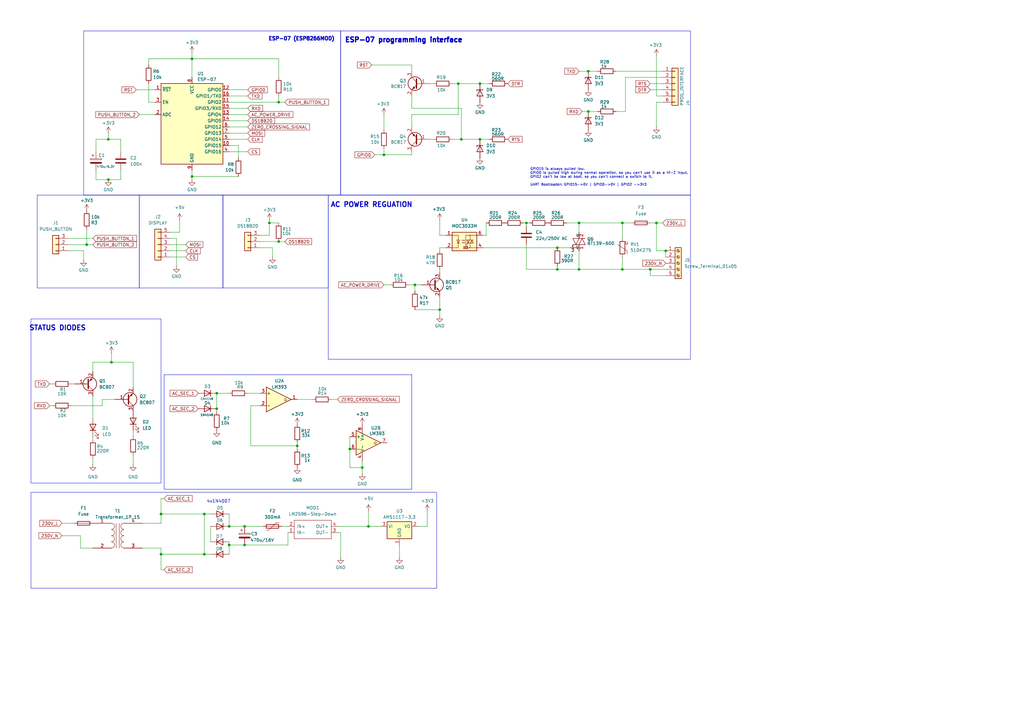
<source format=kicad_sch>
(kicad_sch (version 20231120) (generator "eeschema") (generator_version "8.0")
  (paper "A3")
  (junction (at 100.33 223.52))
  (junction (at 151.13 215.9))
  (junction (at 114.3 41.91))
  (junction (at 88.9 161.29))
  (junction (at 196.85 57.15))
  (junction (at 44.45 73.66))
  (junction (at 266.7 110.49))
  (junction (at 241.3 29.21))
  (junction (at 83.82 210.82))
  (junction (at 157.48 63.5))
  (junction (at 66.04 210.82))
  (junction (at 88.9 167.64))
  (junction (at 228.6 101.6))
  (junction (at 143.51 184.15))
  (junction (at 255.27 110.49))
  (junction (at 78.74 24.13))
  (junction (at 93.98 223.52))
  (junction (at 93.98 215.9))
  (junction (at 35.56 100.33))
  (junction (at 66.04 227.33))
  (junction (at 114.3 99.06))
  (junction (at 44.45 57.15))
  (junction (at 83.82 227.33))
  (junction (at 215.9 91.44))
  (junction (at 255.27 91.44))
  (junction (at 273.05 102.87))
  (junction (at 228.6 110.49))
  (junction (at 241.3 45.72))
  (junction (at 45.72 148.59))
  (junction (at 189.23 57.15))
  (junction (at 121.92 182.88))
  (junction (at 269.24 91.44))
  (junction (at 196.85 34.29))
  (junction (at 110.49 91.44))
  (junction (at 170.18 116.84))
  (junction (at 237.49 91.44))
  (junction (at 187.96 34.29))
  (junction (at 148.59 191.77))
  (junction (at 180.34 127))
  (junction (at 100.33 215.9))
  (junction (at 237.49 110.49))
  (junction (at 78.74 72.39))
  (wire (pts (xy 175.26 215.9) (xy 171.45 215.9)))
  (wire (pts (xy 54.61 176.53) (xy 54.61 179.07)))
  (wire (pts (xy 176.53 57.15) (xy 177.8 57.15)))
  (wire (pts (xy 35.56 100.33) (xy 38.1 100.33)))
  (wire (pts (xy 101.6 161.29) (xy 106.68 161.29)))
  (wire (pts (xy 76.2 100.33) (xy 69.85 100.33)))
  (wire (pts (xy 168.91 39.37) (xy 168.91 44.45)))
  (wire (pts (xy 93.98 222.25) (xy 93.98 223.52)))
  (wire (pts (xy 271.78 41.91) (xy 269.24 41.91)))
  (wire (pts (xy 255.27 91.44) (xy 255.27 97.79)))
  (wire (pts (xy 97.79 64.77) (xy 97.79 59.69)))
  (wire (pts (xy 93.98 39.37) (xy 101.6 39.37)))
  (wire (pts (xy 252.73 29.21) (xy 271.78 29.21)))
  (wire (pts (xy 93.98 223.52) (xy 93.98 227.33)))
  (wire (pts (xy 185.42 57.15) (xy 189.23 57.15)))
  (wire (pts (xy 156.21 215.9) (xy 151.13 215.9)))
  (wire (pts (xy 121.92 182.88) (xy 121.92 184.15)))
  (wire (pts (xy 214.63 91.44) (xy 215.9 91.44)))
  (wire (pts (xy 121.92 181.61) (xy 121.92 182.88)))
  (wire (pts (xy 110.49 91.44) (xy 110.49 90.17)))
  (wire (pts (xy 60.96 24.13) (xy 78.74 24.13)))
  (wire (pts (xy 157.48 63.5) (xy 157.48 60.96)))
  (wire (pts (xy 78.74 24.13) (xy 78.74 31.75)))
  (wire (pts (xy 39.37 57.15) (xy 44.45 57.15)))
  (wire (pts (xy 86.36 215.9) (xy 86.36 222.25)))
  (wire (pts (xy 78.74 73.66) (xy 78.74 72.39)))
  (wire (pts (xy 93.98 215.9) (xy 100.33 215.9)))
  (wire (pts (xy 273.05 102.87) (xy 269.24 102.87)))
  (wire (pts (xy 255.27 91.44) (xy 259.08 91.44)))
  (wire (pts (xy 76.2 102.87) (xy 69.85 102.87)))
  (wire (pts (xy 135.89 163.83) (xy 138.43 163.83)))
  (wire (pts (xy 83.82 227.33) (xy 86.36 227.33)))
  (wire (pts (xy 93.98 46.99) (xy 101.6 46.99)))
  (wire (pts (xy 83.82 227.33) (xy 66.04 227.33)))
  (wire (pts (xy 78.74 72.39) (xy 78.74 69.85)))
  (wire (pts (xy 57.15 46.99) (xy 63.5 46.99)))
  (wire (pts (xy 269.24 22.86) (xy 269.24 39.37)))
  (wire (pts (xy 114.3 39.37) (xy 114.3 41.91)))
  (wire (pts (xy 266.7 36.83) (xy 271.78 36.83)))
  (wire (pts (xy 266.7 110.49) (xy 273.05 110.49)))
  (wire (pts (xy 266.7 110.49) (xy 266.7 113.03)))
  (wire (pts (xy 78.74 21.59) (xy 78.74 24.13)))
  (wire (pts (xy 241.3 29.21) (xy 245.11 29.21)))
  (wire (pts (xy 38.1 187.96) (xy 38.1 190.5)))
  (wire (pts (xy 163.83 223.52) (xy 163.83 228.6)))
  (wire (pts (xy 180.34 101.6) (xy 180.34 102.87)))
  (wire (pts (xy 269.24 91.44) (xy 271.78 91.44)))
  (wire (pts (xy 66.04 214.63) (xy 58.42 214.63)))
  (wire (pts (xy 110.49 96.52) (xy 110.49 91.44)))
  (wire (pts (xy 44.45 57.15) (xy 49.53 57.15)))
  (wire (pts (xy 215.9 91.44) (xy 215.9 92.71)))
  (wire (pts (xy 121.92 182.88) (xy 102.87 182.88)))
  (wire (pts (xy 198.12 101.6) (xy 228.6 101.6)))
  (wire (pts (xy 39.37 62.23) (xy 39.37 57.15)))
  (wire (pts (xy 88.9 167.64) (xy 88.9 168.91)))
  (wire (pts (xy 110.49 91.44) (xy 114.3 91.44)))
  (wire (pts (xy 49.53 57.15) (xy 49.53 62.23)))
  (wire (pts (xy 20.32 166.37) (xy 21.59 166.37)))
  (wire (pts (xy 170.18 116.84) (xy 172.72 116.84)))
  (wire (pts (xy 228.6 110.49) (xy 237.49 110.49)))
  (wire (pts (xy 27.94 102.87) (xy 34.29 102.87)))
  (wire (pts (xy 106.68 99.06) (xy 114.3 99.06)))
  (wire (pts (xy 148.59 191.77) (xy 148.59 189.23)))
  (wire (pts (xy 102.87 182.88) (xy 102.87 166.37)))
  (wire (pts (xy 93.98 36.83) (xy 101.6 36.83)))
  (wire (pts (xy 138.43 215.9) (xy 151.13 215.9)))
  (wire (pts (xy 180.34 96.52) (xy 180.34 90.17)))
  (wire (pts (xy 78.74 24.13) (xy 114.3 24.13)))
  (wire (pts (xy 83.82 210.82) (xy 66.04 210.82)))
  (wire (pts (xy 93.98 44.45) (xy 101.6 44.45)))
  (wire (pts (xy 114.3 24.13) (xy 114.3 31.75)))
  (wire (pts (xy 106.68 101.6) (xy 111.76 101.6)))
  (wire (pts (xy 228.6 101.6) (xy 233.68 101.6)))
  (wire (pts (xy 67.31 233.68) (xy 66.04 233.68)))
  (wire (pts (xy 27.94 100.33) (xy 35.56 100.33)))
  (wire (pts (xy 38.1 179.07) (xy 38.1 180.34)))
  (wire (pts (xy 168.91 26.67) (xy 152.4 26.67)))
  (wire (pts (xy 180.34 127) (xy 170.18 127)))
  (wire (pts (xy 66.04 224.79) (xy 58.42 224.79)))
  (wire (pts (xy 44.45 73.66) (xy 39.37 73.66)))
  (wire (pts (xy 160.02 116.84) (xy 157.48 116.84)))
  (wire (pts (xy 237.49 95.25) (xy 237.49 91.44)))
  (wire (pts (xy 168.91 29.21) (xy 168.91 26.67)))
  (wire (pts (xy 237.49 110.49) (xy 237.49 102.87)))
  (wire (pts (xy 273.05 105.41) (xy 273.05 102.87)))
  (wire (pts (xy 232.41 91.44) (xy 237.49 91.44)))
  (wire (pts (xy 63.5 41.91) (xy 60.96 41.91)))
  (wire (pts (xy 176.53 34.29) (xy 177.8 34.29)))
  (wire (pts (xy 115.57 215.9) (xy 118.11 215.9)))
  (wire (pts (xy 168.91 46.99) (xy 187.96 46.99)))
  (wire (pts (xy 148.59 191.77) (xy 143.51 191.77)))
  (wire (pts (xy 148.59 194.31) (xy 148.59 191.77)))
  (wire (pts (xy 187.96 34.29) (xy 196.85 34.29)))
  (wire (pts (xy 93.98 62.23) (xy 101.6 62.23)))
  (wire (pts (xy 60.96 26.67) (xy 60.96 24.13)))
  (wire (pts (xy 45.72 148.59) (xy 54.61 148.59)))
  (wire (pts (xy 168.91 63.5) (xy 157.48 63.5)))
  (wire (pts (xy 69.85 97.79) (xy 72.39 97.79)))
  (wire (pts (xy 256.54 31.75) (xy 256.54 45.72)))
  (wire (pts (xy 143.51 184.15) (xy 143.51 191.77)))
  (wire (pts (xy 189.23 57.15) (xy 196.85 57.15)))
  (wire (pts (xy 93.98 54.61) (xy 101.6 54.61)))
  (wire (pts (xy 237.49 91.44) (xy 255.27 91.44)))
  (wire (pts (xy 237.49 29.21) (xy 241.3 29.21)))
  (wire (pts (xy 269.24 41.91) (xy 269.24 52.07)))
  (wire (pts (xy 25.4 219.71) (xy 33.02 219.71)))
  (wire (pts (xy 67.31 204.47) (xy 66.04 204.47)))
  (wire (pts (xy 271.78 39.37) (xy 269.24 39.37)))
  (wire (pts (xy 182.88 96.52) (xy 180.34 96.52)))
  (wire (pts (xy 175.26 209.55) (xy 175.26 215.9)))
  (wire (pts (xy 39.37 73.66) (xy 39.37 69.85)))
  (wire (pts (xy 185.42 34.29) (xy 187.96 34.29)))
  (wire (pts (xy 49.53 69.85) (xy 49.53 73.66)))
  (wire (pts (xy 76.2 105.41) (xy 69.85 105.41)))
  (wire (pts (xy 54.61 186.69) (xy 54.61 190.5)))
  (wire (pts (xy 93.98 210.82) (xy 93.98 215.9)))
  (wire (pts (xy 255.27 110.49) (xy 266.7 110.49)))
  (wire (pts (xy 143.51 179.07) (xy 143.51 184.15)))
  (wire (pts (xy 93.98 223.52) (xy 100.33 223.52)))
  (wire (pts (xy 60.96 41.91) (xy 60.96 34.29)))
  (wire (pts (xy 180.34 110.49) (xy 180.34 111.76)))
  (wire (pts (xy 266.7 91.44) (xy 269.24 91.44)))
  (wire (pts (xy 266.7 113.03) (xy 273.05 113.03)))
  (wire (pts (xy 88.9 161.29) (xy 93.98 161.29)))
  (wire (pts (xy 83.82 210.82) (xy 83.82 227.33)))
  (wire (pts (xy 266.7 34.29) (xy 271.78 34.29)))
  (wire (pts (xy 38.1 148.59) (xy 45.72 148.59)))
  (wire (pts (xy 100.33 215.9) (xy 107.95 215.9)))
  (wire (pts (xy 33.02 219.71) (xy 33.02 224.79)))
  (wire (pts (xy 27.94 97.79) (xy 38.1 97.79)))
  (wire (pts (xy 45.72 144.78) (xy 45.72 148.59)))
  (wire (pts (xy 215.9 91.44) (xy 217.17 91.44)))
  (wire (pts (xy 44.45 54.61) (xy 44.45 57.15)))
  (wire (pts (xy 157.48 46.99) (xy 157.48 53.34)))
  (wire (pts (xy 255.27 110.49) (xy 237.49 110.49)))
  (wire (pts (xy 97.79 59.69) (xy 93.98 59.69)))
  (wire (pts (xy 167.64 116.84) (xy 170.18 116.84)))
  (wire (pts (xy 111.76 101.6) (xy 111.76 105.41)))
  (wire (pts (xy 66.04 227.33) (xy 66.04 224.79)))
  (wire (pts (xy 238.76 45.72) (xy 241.3 45.72)))
  (wire (pts (xy 114.3 41.91) (xy 116.84 41.91)))
  (wire (pts (xy 106.68 166.37) (xy 102.87 166.37)))
  (wire (pts (xy 93.98 49.53) (xy 101.6 49.53)))
  (wire (pts (xy 269.24 91.44) (xy 269.24 102.87)))
  (wire (pts (xy 38.1 148.59) (xy 38.1 152.4)))
  (wire (pts (xy 139.7 218.44) (xy 138.43 218.44)))
  (wire (pts (xy 88.9 161.29) (xy 88.9 167.64)))
  (wire (pts (xy 215.9 100.33) (xy 215.9 110.49)))
  (wire (pts (xy 29.21 157.48) (xy 30.48 157.48)))
  (wire (pts (xy 54.61 148.59) (xy 54.61 158.75)))
  (wire (pts (xy 73.66 95.25) (xy 73.66 90.17)))
  (wire (pts (xy 20.32 157.48) (xy 21.59 157.48)))
  (wire (pts (xy 118.11 223.52) (xy 118.11 218.44)))
  (wire (pts (xy 199.39 96.52) (xy 198.12 96.52)))
  (wire (pts (xy 78.74 72.39) (xy 97.79 72.39)))
  (wire (pts (xy 189.23 44.45) (xy 189.23 57.15)))
  (wire (pts (xy 255.27 105.41) (xy 255.27 110.49)))
  (wire (pts (xy 182.88 101.6) (xy 180.34 101.6)))
  (wire (pts (xy 157.48 63.5) (xy 153.67 63.5)))
  (wire (pts (xy 199.39 91.44) (xy 199.39 96.52)))
  (wire (pts (xy 86.36 210.82) (xy 83.82 210.82)))
  (wire (pts (xy 69.85 95.25) (xy 73.66 95.25)))
  (wire (pts (xy 168.91 62.23) (xy 168.91 63.5)))
  (wire (pts (xy 168.91 52.07) (xy 168.91 46.99)))
  (wire (pts (xy 30.48 214.63) (xy 25.4 214.63)))
  (wire (pts (xy 139.7 228.6) (xy 139.7 218.44)))
  (wire (pts (xy 41.91 166.37) (xy 41.91 163.83)))
  (wire (pts (xy 228.6 109.22) (xy 228.6 110.49)))
  (wire (pts (xy 106.68 96.52) (xy 110.49 96.52)))
  (wire (pts (xy 55.88 36.83) (xy 63.5 36.83)))
  (wire (pts (xy 33.02 224.79) (xy 38.1 224.79)))
  (wire (pts (xy 121.92 163.83) (xy 128.27 163.83)))
  (wire (pts (xy 180.34 121.92) (xy 180.34 127)))
  (wire (pts (xy 41.91 163.83) (xy 46.99 163.83)))
  (wire (pts (xy 196.85 34.29) (xy 200.66 34.29)))
  (wire (pts (xy 215.9 110.49) (xy 228.6 110.49)))
  (wire (pts (xy 241.3 45.72) (xy 245.11 45.72)))
  (wire (pts (xy 168.91 44.45) (xy 189.23 44.45)))
  (wire (pts (xy 114.3 99.06) (xy 116.84 99.06)))
  (wire (pts (xy 196.85 57.15) (xy 200.66 57.15)))
  (wire (pts (xy 170.18 116.84) (xy 170.18 119.38)))
  (wire (pts (xy 271.78 31.75) (xy 256.54 31.75)))
  (wire (pts (xy 66.04 233.68) (xy 66.04 227.33)))
  (wire (pts (xy 66.04 210.82) (xy 66.04 214.63)))
  (wire (pts (xy 29.21 166.37) (xy 41.91 166.37)))
  (wire (pts (xy 66.04 204.47) (xy 66.04 210.82)))
  (wire (pts (xy 114.3 41.91) (xy 93.98 41.91)))
  (wire (pts (xy 93.98 57.15) (xy 101.6 57.15)))
  (wire (pts (xy 35.56 93.98) (xy 35.56 100.33)))
  (wire (pts (xy 187.96 46.99) (xy 187.96 34.29)))
  (wire (pts (xy 256.54 45.72) (xy 252.73 45.72)))
  (wire (pts (xy 38.1 162.56) (xy 38.1 171.45)))
  (wire (pts (xy 34.29 102.87) (xy 34.29 106.68)))
  (wire (pts (xy 100.33 223.52) (xy 118.11 223.52)))
  (wire (pts (xy 49.53 73.66) (xy 44.45 73.66)))
  (wire (pts (xy 151.13 215.9) (xy 151.13 209.55)))
  (wire (pts (xy 93.98 52.07) (xy 101.6 52.07)))
  (wire (pts (xy 72.39 97.79) (xy 72.39 109.22)))
  (wire (pts (xy 180.34 127) (xy 180.34 129.54)))
  (rectangle (start 12.7 201.93) (end 179.07 241.3))
  (rectangle (start 12.7 130.81) (end 66.04 198.12))
  (rectangle (start 91.44 80.01) (end 134.62 118.11))
  (rectangle (start 34.29 12.7) (end 139.7 80.01))
  (rectangle (start 57.15 80.01) (end 91.44 118.11))
  (rectangle (start 134.62 80.01) (end 283.21 147.32))
  (rectangle (start 67.31 153.67) (end 168.91 200.66))
  (rectangle (start 139.7 12.7) (end 283.21 80.01))
  (rectangle (start 15.24 80.01) (end 57.15 118.11))
  (text "ESP-07 (ESP8266MOD)" (at 123.698 16.002 0) (effects (font (size 1.5 1.5) (thickness 0.4) (bold yes))))
  (text "STATUS DIODES" (at 23.622 134.62 0) (effects (font (size 2 2) (thickness 0.4) (bold yes))))
  (text "4x1N4007" (at 89.662 205.74 0) (effects (font (size 1.27 1.27))))
  (text "GPIO15 is always pulled low.\nGPIO0 is pulled high during normal operation, so you can’t use it as a Hi-Z input.\nGPIO2 can’t be low at boot, so you can’t connect a switch to it.\n\nUART Bootloader: GPIO15->0V | GPIO0->0V | GPIO2 ->3V3" (at 217.424 76.454 0) (effects (font (size 1 1)) (justify left bottom)))
  (text "ESP-07 programming interface" (at 165.608 16.51 0) (effects (font (size 2 2) (thickness 0.6) (bold yes))))
  (text "AC POWER REGUATION" (at 152.4 84.074 0) (effects (font (size 2 2) (thickness 0.4) (bold yes))))
  (global_label "DTR" (shape input) (at 266.7 36.83 180) (property "Intersheetrefs" "${INTERSHEET_REFS}" (effects (hide yes))))
  (global_label "RTS" (shape input) (at 208.28 57.15 0) (property "Intersheetrefs" "${INTERSHEET_REFS}" (effects (hide yes))))
  (global_label "PUSH_BUTTON_2" (shape input) (at 38.1 100.33 0) (property "Intersheetrefs" "${INTERSHEET_REFS}" (effects (hide yes))))
  (global_label "RST" (shape input) (at 152.4 26.67 180) (property "Intersheetrefs" "${INTERSHEET_REFS}" (effects (hide yes))))
  (global_label "DTR" (shape input) (at 208.28 34.29 0) (property "Intersheetrefs" "${INTERSHEET_REFS}" (effects (hide yes))))
  (global_label "CLK" (shape input) (at 76.2 102.87 0) (property "Intersheetrefs" "${INTERSHEET_REFS}" (effects (hide yes))))
  (global_label "TXD" (shape input) (at 237.49 29.21 180) (property "Intersheetrefs" "${INTERSHEET_REFS}" (effects (hide yes))))
  (global_label "RXD" (shape input) (at 101.6 44.45 0) (property "Intersheetrefs" "${INTERSHEET_REFS}" (effects (hide yes))))
  (global_label "RTS" (shape input) (at 266.7 34.29 180) (property "Intersheetrefs" "${INTERSHEET_REFS}" (effects (hide yes))))
  (global_label "230V_N" (shape input) (at 273.05 107.95 180) (property "Intersheetrefs" "${INTERSHEET_REFS}" (effects (hide yes))))
  (global_label "GPIO0" (shape input) (at 101.6 36.83 0) (property "Intersheetrefs" "${INTERSHEET_REFS}" (effects (hide yes))))
  (global_label "PUSH_BUTTON_1" (shape input) (at 38.1 97.79 0) (property "Intersheetrefs" "${INTERSHEET_REFS}" (effects (hide yes))))
  (global_label "AC_SEC_2" (shape input) (at 81.28 167.64 180) (property "Intersheetrefs" "${INTERSHEET_REFS}" (effects (hide yes))))
  (global_label "GPIO0" (shape input) (at 153.67 63.5 180) (property "Intersheetrefs" "${INTERSHEET_REFS}" (effects (hide yes))))
  (global_label "230V_L" (shape input) (at 25.4 214.63 180) (property "Intersheetrefs" "${INTERSHEET_REFS}" (effects (hide yes))))
  (global_label "AC_POWER_DRIVE" (shape input) (at 101.6 46.99 0) (property "Intersheetrefs" "${INTERSHEET_REFS}" (effects (hide yes))))
  (global_label "TXD" (shape input) (at 20.32 157.48 180) (property "Intersheetrefs" "${INTERSHEET_REFS}" (effects (hide yes))))
  (global_label "DS18B20" (shape input) (at 116.84 99.06 0) (property "Intersheetrefs" "${INTERSHEET_REFS}" (effects (hide yes))))
  (global_label "DS18B20" (shape input) (at 101.6 49.53 0) (property "Intersheetrefs" "${INTERSHEET_REFS}" (effects (hide yes))))
  (global_label "RXD" (shape input) (at 238.76 45.72 180) (property "Intersheetrefs" "${INTERSHEET_REFS}" (effects (hide yes))))
  (global_label "MOSI" (shape input) (at 101.6 54.61 0) (property "Intersheetrefs" "${INTERSHEET_REFS}" (effects (hide yes))))
  (global_label "CS" (shape input) (at 76.2 105.41 0) (property "Intersheetrefs" "${INTERSHEET_REFS}" (effects (hide yes))))
  (global_label "ZERO_CROSSING_SIGNAL" (shape input) (at 138.43 163.83 0) (property "Intersheetrefs" "${INTERSHEET_REFS}" (effects (hide yes))))
  (global_label "PUSH_BUTTON_1" (shape input) (at 116.84 41.91 0) (property "Intersheetrefs" "${INTERSHEET_REFS}" (effects (hide yes))))
  (global_label "AC_SEC_2" (shape input) (at 67.31 233.68 0) (property "Intersheetrefs" "${INTERSHEET_REFS}" (effects (hide yes))))
  (global_label "AC_SEC_1" (shape input) (at 81.28 161.29 180) (property "Intersheetrefs" "${INTERSHEET_REFS}" (effects (hide yes))))
  (global_label "230V_N" (shape input) (at 25.4 219.71 180) (property "Intersheetrefs" "${INTERSHEET_REFS}" (effects (hide yes))))
  (global_label "RST" (shape input) (at 55.88 36.83 180) (property "Intersheetrefs" "${INTERSHEET_REFS}" (effects (hide yes))))
  (global_label "230V_L" (shape input) (at 271.78 91.44 0) (property "Intersheetrefs" "${INTERSHEET_REFS}" (effects (hide yes))))
  (global_label "AC_POWER_DRIVE" (shape input) (at 157.48 116.84 180) (property "Intersheetrefs" "${INTERSHEET_REFS}" (effects (hide yes))))
  (global_label "AC_SEC_1" (shape input) (at 67.31 204.47 0) (property "Intersheetrefs" "${INTERSHEET_REFS}" (effects (hide yes))))
  (global_label "ZERO_CROSSING_SIGNAL" (shape input) (at 101.6 52.07 0) (property "Intersheetrefs" "${INTERSHEET_REFS}" (effects (hide yes))))
  (global_label "RXD" (shape input) (at 20.32 166.37 180) (property "Intersheetrefs" "${INTERSHEET_REFS}" (effects (hide yes))))
  (global_label "MOSI" (shape input) (at 76.2 100.33 0) (property "Intersheetrefs" "${INTERSHEET_REFS}" (effects (hide yes))))
  (global_label "CS" (shape input) (at 101.6 62.23 0) (property "Intersheetrefs" "${INTERSHEET_REFS}" (effects (hide yes))))
  (global_label "TXD" (shape input) (at 101.6 39.37 0) (property "Intersheetrefs" "${INTERSHEET_REFS}" (effects (hide yes))))
  (global_label "CLK" (shape input) (at 101.6 57.15 0) (property "Intersheetrefs" "${INTERSHEET_REFS}" (effects (hide yes))))
  (global_label "PUSH_BUTTON_2" (shape input) (at 57.15 46.99 180) (property "Intersheetrefs" "${INTERSHEET_REFS}" (effects (hide yes))))
  (symbol (lib_id "power:GND") (at 139.7 228.6 0) (unit 1)
    (property "Reference" "#PWR017" (effects (hide yes)))
    (property "Value" "GND" (at 139.7 232.7331 0))
    (property "Description" "Power symbol creates a global label with name \"GND\" , ground" (effects (hide yes)))
  )
  (symbol (lib_id "Device:R") (at 97.79 68.58 0) (mirror y) (unit 1)
    (property "Reference" "R8" (at 96.012 67.4116 0) (effects (justify left)))
    (property "Value" "10k" (at 96.012 69.723 0) (effects (justify left)))
    (property "Footprint" "Resistor_SMD:R_0805_2012Metric_Pad1.20x1.40mm_HandSolder" (effects (hide yes)))
  )
  (symbol (lib_id "Device:R") (at 228.6 105.41 0) (mirror y) (unit 1)
    (property "Reference" "R27" (at 235.204 105.156 0) (effects (justify left)))
    (property "Value" "390R" (at 235.204 106.934 0) (effects (justify left)))
    (property "Footprint" "Resistor_THT:R_Axial_DIN0204_L3.6mm_D1.6mm_P5.08mm_Horizontal" (effects (hide yes)))
  )
  (symbol (lib_id "power:GND") (at 196.85 64.77 0) (unit 1)
    (property "Reference" "#PWR027" (effects (hide yes)))
    (property "Value" "GND" (at 196.85 68.9031 0))
    (property "Description" "Power symbol creates a global label with name \"GND\" , ground" (effects (hide yes)))
  )
  (symbol (lib_id "Device:R") (at 25.4 157.48 270) (unit 1)
    (property "Reference" "R1" (at 27.178 159.766 90) (effects (justify right)))
    (property "Value" "10K" (at 27.432 161.544 90) (effects (justify right)))
    (property "Footprint" "Resistor_SMD:R_0805_2012Metric_Pad1.20x1.40mm_HandSolder" (effects (hide yes)))
    (property "Description" "Resistor" (effects (hide yes)))
  )
  (symbol (lib_id "Connector_Generic:Conn_01x03") (at 101.6 99.06 180) (unit 1)
    (property "Reference" "J3" (at 101.6 90.17 0))
    (property "Value" "DS18B20" (at 101.6 92.71 0))
    (property "Footprint" "Connector_JST:JST_XA_B03B-XASK-1_1x03_P2.50mm_Vertical" (effects (hide yes)))
    (property "Description" "Generic connector, single row, 01x03, script generated (kicad-library-utils/schlib/autogen/connector/)" (effects (hide yes)))
  )
  (symbol (lib_id "Regulator_Linear:AMS1117-3.3") (at 163.83 215.9 0) (unit 1)
    (property "Reference" "U3" (at 163.83 209.55 0))
    (property "Value" "AMS1117-3.3" (at 163.83 212.09 0))
    (property "Footprint" "Package_TO_SOT_SMD:SOT-223-3_TabPin2" (effects (hide yes)))
    (property "Datasheet" "http://www.advanced-monolithic.com/pdf/ds1117.pdf" (effects (hide yes)))
    (property "Description" "1A Low Dropout regulator, positive, 3.3V fixed output, SOT-223" (effects (hide yes)))
  )
  (symbol (lib_id "power:GND") (at 88.9 176.53 0) (unit 1)
    (property "Reference" "#PWR012" (effects (hide yes)))
    (property "Value" "GND" (at 88.9 181.61 0))
    (property "Description" "Power symbol creates a global label with name \"GND\" , ground" (effects (hide yes)))
  )
  (symbol (lib_id "power:GND") (at 78.74 73.66 0) (unit 1)
    (property "Reference" "#PWR011" (effects (hide yes)))
    (property "Value" "GND" (at 78.74 77.7931 0))
    (property "Description" "Power symbol creates a global label with name \"GND\" , ground" (effects (hide yes)))
  )
  (symbol (lib_id "Device:R") (at 121.92 187.96 0) (unit 1)
    (property "Reference" "R13" (at 127.254 186.944 0) (effects (justify right)))
    (property "Value" "1k" (at 127.254 188.722 0) (effects (justify right)))
    (property "Footprint" "Resistor_SMD:R_0805_2012Metric_Pad1.20x1.40mm_HandSolder" (effects (hide yes)))
    (property "Description" "Resistor" (effects (hide yes)))
  )
  (symbol (lib_id "Device:R") (at 35.56 90.17 0) (mirror x) (unit 1)
    (property "Reference" "R3" (at 37.338 91.3384 0) (effects (justify left)))
    (property "Value" "10k" (at 37.338 89.027 0) (effects (justify left)))
    (property "Footprint" "Resistor_SMD:R_0805_2012Metric_Pad1.20x1.40mm_HandSolder" (effects (hide yes)))
  )
  (symbol (lib_id "Device:R") (at 157.48 57.15 0) (mirror y) (unit 1)
    (property "Reference" "R15" (at 155.702 55.9816 0) (effects (justify left)))
    (property "Value" "10k" (at 155.702 58.293 0) (effects (justify left)))
    (property "Footprint" "Resistor_SMD:R_0805_2012Metric_Pad1.20x1.40mm_HandSolder" (effects (hide yes)))
  )
  (symbol (lib_id "power:GND") (at 148.59 194.31 0) (unit 1)
    (property "Reference" "#PWR019" (effects (hide yes)))
    (property "Value" "GND" (at 148.59 198.4431 0))
    (property "Description" "Power symbol creates a global label with name \"GND\" , ground" (effects (hide yes)))
  )
  (symbol (lib_id "Device:R") (at 210.82 91.44 270) (mirror x) (unit 1)
    (property "Reference" "R24" (at 208.28 87.376 90) (effects (justify left)))
    (property "Value" "200R" (at 208.28 89.154 90) (effects (justify left)))
    (property "Footprint" "Resistor_THT:R_Axial_DIN0204_L3.6mm_D1.6mm_P7.62mm_Horizontal" (effects (hide yes)))
  )
  (symbol (lib_id "Connector_Generic:Conn_01x05") (at 64.77 100.33 180) (unit 1)
    (property "Reference" "J2" (at 64.77 88.9 0))
    (property "Value" "DISPLAY" (at 64.77 91.44 0))
    (property "Footprint" "Connector_JST:JST_XA_B05B-XASK-1_1x05_P2.50mm_Vertical" (effects (hide yes)))
    (property "Description" "Generic connector, single row, 01x05, script generated (kicad-library-utils/schlib/autogen/connector/)" (effects (hide yes)))
  )
  (symbol (lib_id "power:GND") (at 111.76 105.41 0) (unit 1)
    (property "Reference" "#PWR014" (effects (hide yes)))
    (property "Value" "GND" (at 111.76 109.5431 0))
    (property "Description" "Power symbol creates a global label with name \"GND\" , ground" (effects (hide yes)))
  )
  (symbol (lib_id "power:+3V3") (at 269.24 22.86 0) (mirror y) (unit 1)
    (property "Reference" "#PWR030" (effects (hide yes)))
    (property "Value" "+3V3" (at 268.859 18.4658 0))
  )
  (symbol (lib_id "Device:D_Zener") (at 241.3 33.02 90) (mirror x) (unit 1)
    (property "Reference" "D11" (at 243.84 31.7499 90) (effects (justify right)))
    (property "Value" "3V3" (at 243.84 34.2899 90) (effects (justify right)))
    (property "Footprint" "Diode_SMD:D_MiniMELF" (effects (hide yes)))
    (property "Description" "Zener diode" (effects (hide yes)))
  )
  (symbol (lib_id "Comparator:LM393") (at 151.13 181.61 0) (unit 2)
    (property "Reference" "U2" (at 154.178 175.514 0))
    (property "Value" "LM393" (at 154.686 177.8 0))
    (property "Footprint" "Package_DIP:DIP-8_W7.62mm_LongPads" (effects (hide yes)))
    (property "Datasheet" "http://www.ti.com/lit/ds/symlink/lm393.pdf" (effects (hide yes)))
    (property "Description" "Low-Power, Low-Offset Voltage, Dual Comparators, DIP-8/SOIC-8/TO-99-8" (effects (hide yes)))
  )
  (symbol (lib_id "power:GND") (at 269.24 52.07 0) (unit 1)
    (property "Reference" "#PWR031" (effects (hide yes)))
    (property "Value" "GND" (at 269.24 56.2031 0))
    (property "Description" "Power symbol creates a global label with name \"GND\" , ground" (effects (hide yes)))
  )
  (symbol (lib_id "My-Lib:LM2596-Step-Down") (at 120.65 213.36 0) (unit 1)
    (property "Reference" "MOD1" (at 128.27 208.28 0))
    (property "Value" "LM2596-Step-Down" (at 128.27 210.82 0))
    (property "Footprint" "My-Footprints-converters-modules:MP1504_Mini_3A_Step_Down_Conv" (effects (hide yes)))
  )
  (symbol (lib_id "Device:R") (at 88.9 172.72 0) (unit 1)
    (property "Reference" "R7" (at 94.234 171.704 0) (effects (justify right)))
    (property "Value" "10k" (at 94.234 173.482 0) (effects (justify right)))
    (property "Footprint" "Resistor_SMD:R_0805_2012Metric_Pad1.20x1.40mm_HandSolder" (effects (hide yes)))
    (property "Description" "Resistor" (effects (hide yes)))
  )
  (symbol (lib_id "power:+3V3") (at 180.34 90.17 0) (mirror y) (unit 1)
    (property "Reference" "#PWR024" (effects (hide yes)))
    (property "Value" "+3V3" (at 179.959 85.7758 0))
  )
  (symbol (lib_id "Transistor_BJT:BC817") (at 171.45 57.15 180) (unit 1)
    (property "Reference" "Q4" (at 166.5986 55.9816 0) (effects (justify left)))
    (property "Value" "BC817" (at 166.5986 58.293 0) (effects (justify left)))
    (property "Footprint" "Package_TO_SOT_SMD:SOT-23" (effects (hide yes)))
    (property "Datasheet" "http://www.fairchildsemi.com/ds/BC/BC817.pdf" (effects (hide yes)))
  )
  (symbol (lib_id "power:GND") (at 38.1 190.5 0) (unit 1)
    (property "Reference" "#PWR03" (effects (hide yes)))
    (property "Value" "GND" (at 38.1 195.58 0))
    (property "Description" "Power symbol creates a global label with name \"GND\" , ground" (effects (hide yes)))
  )
  (symbol (lib_id "Relay_SolidState:MOC3033M") (at 190.5 99.06 0) (unit 1)
    (property "Reference" "U4" (at 190.5 90.17 0))
    (property "Value" "MOC3033M" (at 190.5 92.71 0))
    (property "Footprint" "Package_DIP:DIP-6_W7.62mm_LongPads" (effects (hide yes)))
    (property "Datasheet" "https://www.onsemi.com/pub/Collateral/MOC3043M-D.pdf" (effects (hide yes)))
    (property "Description" "Zero Cross Opto-Triac, Vdrm 250V, Ift 5mA, DIP6" (effects (hide yes)))
  )
  (symbol (lib_id "Comparator:LM393") (at 151.13 181.61 0) (unit 3)
    (property "Reference" "U2" (effects (hide yes)))
    (property "Value" "LM393" (effects (hide yes)))
    (property "Footprint" "Package_DIP:DIP-8_W7.62mm_LongPads" (effects (hide yes)))
    (property "Datasheet" "http://www.ti.com/lit/ds/symlink/lm393.pdf" (effects (hide yes)))
    (property "Description" "Low-Power, Low-Offset Voltage, Dual Comparators, DIP-8/SOIC-8/TO-99-8" (effects (hide yes)))
  )
  (symbol (lib_id "Connector:Screw_Terminal_01x05") (at 278.13 107.95 0) (unit 1)
    (property "Reference" "J5" (at 280.67 106.6799 0) (effects (justify left)))
    (property "Value" "Screw_Terminal_01x05" (at 280.67 109.2199 0) (effects (justify left)))
    (property "Footprint" "My-Footprints-connectors:Screw-Terminal-5.00mm-5pin" (effects (hide yes)))
    (property "Description" "Generic screw terminal, single row, 01x05, script generated (kicad-library-utils/schlib/autogen/connector/)" (effects (hide yes)))
  )
  (symbol (lib_id "Diode:1N4007") (at 90.17 222.25 0) (unit 1)
    (property "Reference" "D7" (at 89.916 219.964 0))
    (property "Value" "1N4007" (effects (hide yes)))
    (property "Footprint" "My-Footprints-orw-els:DO-213AB_1-mediana" (effects (hide yes)))
    (property "Datasheet" "http://www.vishay.com/docs/88503/1n4001.pdf" (effects (hide yes)))
    (property "Description" "1000V 1A General Purpose Rectifier Diode, DO-41" (effects (hide yes)))
    (property "Sim.Device" "D" (effects (hide yes)))
    (property "Sim.Pins" "1=K 2=A" (effects (hide yes)))
  )
  (symbol (lib_id "power:+3V3") (at 78.74 21.59 0) (unit 1)
    (property "Reference" "#PWR010" (effects (hide yes)))
    (property "Value" "+3V3" (at 78.74 17.4569 0))
    (property "Description" "Power symbol creates a global label with name \"+3V3\"" (effects (hide yes)))
  )
  (symbol (lib_id "Transistor_BJT:BC807") (at 52.07 163.83 0) (mirror x) (unit 1)
    (property "Reference" "Q2" (at 57.15 162.5599 0) (effects (justify left)))
    (property "Value" "BC807" (at 57.15 165.0999 0) (effects (justify left)))
    (property "Footprint" "Package_TO_SOT_SMD:SOT-23" (effects (hide yes)))
    (property "Datasheet" "https://www.onsemi.com/pub/Collateral/BC808-D.pdf" (effects (hide yes)))
    (property "Description" "0.8A Ic, 45V Vce, PNP Transistor, SOT-23" (effects (hide yes)))
  )
  (symbol (lib_id "Device:R") (at 121.92 177.8 0) (unit 1)
    (property "Reference" "R12" (at 127.254 176.784 0) (effects (justify right)))
    (property "Value" "33k" (at 127.254 178.562 0) (effects (justify right)))
    (property "Footprint" "Resistor_SMD:R_0805_2012Metric_Pad1.20x1.40mm_HandSolder" (effects (hide yes)))
    (property "Description" "Resistor" (effects (hide yes)))
  )
  (symbol (lib_id "power:+3V3") (at 35.56 86.36 0) (unit 1)
    (property "Reference" "#PWR02" (effects (hide yes)))
    (property "Value" "+3V3" (at 35.56 82.2269 0))
    (property "Description" "Power symbol creates a global label with name \"+3V3\"" (effects (hide yes)))
  )
  (symbol (lib_id "Device:D_Zener") (at 241.3 49.53 90) (mirror x) (unit 1)
    (property "Reference" "D12" (at 243.84 48.2599 90) (effects (justify right)))
    (property "Value" "3V3" (at 243.84 50.7999 90) (effects (justify right)))
    (property "Footprint" "Diode_SMD:D_MiniMELF" (effects (hide yes)))
    (property "Description" "Zener diode" (effects (hide yes)))
  )
  (symbol (lib_id "Device:C") (at 215.9 96.52 0) (unit 1)
    (property "Reference" "C4" (at 219.71 95.2499 0) (effects (justify left)))
    (property "Value" "22n/250V AC" (at 219.71 97.7899 0) (effects (justify left)))
    (property "Footprint" "Capacitor_THT:C_Rect_L16.5mm_W6.0mm_P15.00mm_MKT" (effects (hide yes)))
    (property "Description" "Unpolarized capacitor" (effects (hide yes)))
  )
  (symbol (lib_id "Device:R") (at 181.61 34.29 90) (mirror x) (unit 1)
    (property "Reference" "R19" (at 182.88 31.75 90) (effects (justify left)))
    (property "Value" "10k" (at 182.88 36.83 90) (effects (justify left)))
    (property "Footprint" "Resistor_SMD:R_0805_2012Metric_Pad1.20x1.40mm_HandSolder" (effects (hide yes)))
  )
  (symbol (lib_id "Triac_Thyristor:BT139-600") (at 237.49 99.06 0) (unit 1)
    (property "Reference" "Q6" (at 240.792 98.044 0) (effects (justify left)))
    (property "Value" "BT139-600" (at 240.792 99.822 0) (effects (justify left)))
    (property "Footprint" "My-Footprints:TO-220-3_V_Wide_Legs" (effects (hide yes)))
    (property "Datasheet" "https://www.rapidonline.com/pdf/47-3240.pdf" (effects (hide yes)))
    (property "Description" "16A RMS, 600V Off-State Voltage, 4Q Triac, TO-220" (effects (hide yes)))
  )
  (symbol (lib_id "Transistor_BJT:BC807") (at 35.56 157.48 0) (mirror x) (unit 1)
    (property "Reference" "Q1" (at 40.64 156.2099 0) (effects (justify left)))
    (property "Value" "BC807" (at 40.64 158.7499 0) (effects (justify left)))
    (property "Footprint" "Package_TO_SOT_SMD:SOT-23" (effects (hide yes)))
    (property "Datasheet" "https://www.onsemi.com/pub/Collateral/BC808-D.pdf" (effects (hide yes)))
    (property "Description" "0.8A Ic, 45V Vce, PNP Transistor, SOT-23" (effects (hide yes)))
  )
  (symbol (lib_id "power:+3V3") (at 110.49 90.17 0) (unit 1)
    (property "Reference" "#PWR013" (effects (hide yes)))
    (property "Value" "+3V3" (at 110.49 86.0369 0))
    (property "Description" "Power symbol creates a global label with name \"+3V3\"" (effects (hide yes)))
  )
  (symbol (lib_id "Device:R") (at 204.47 57.15 90) (mirror x) (unit 1)
    (property "Reference" "R23" (at 205.486 53.34 90) (effects (justify left)))
    (property "Value" "560R" (at 206.756 55.118 90) (effects (justify left)))
    (property "Footprint" "Resistor_SMD:R_0805_2012Metric_Pad1.20x1.40mm_HandSolder" (effects (hide yes)))
  )
  (symbol (lib_id "power:+5V") (at 73.66 90.17 0) (unit 1)
    (property "Reference" "#PWR09" (effects (hide yes)))
    (property "Value" "+5V" (at 73.66 85.09 0))
    (property "Description" "Power symbol creates a global label with name \"+5V\"" (effects (hide yes)))
  )
  (symbol (lib_id "Device:LED") (at 54.61 172.72 90) (unit 1)
    (property "Reference" "D2" (at 58.42 173.0374 90) (effects (justify right)))
    (property "Value" "LED" (at 58.42 175.5774 90) (effects (justify right)))
    (property "Footprint" "LED_SMD:LED_PLCC-2_3.4x3.0mm_KA" (effects (hide yes)))
    (property "Description" "Light emitting diode" (effects (hide yes)))
  )
  (symbol (lib_id "Device:R") (at 203.2 91.44 270) (mirror x) (unit 1)
    (property "Reference" "R21" (at 200.66 87.376 90) (effects (justify left)))
    (property "Value" "200R" (at 200.66 89.154 90) (effects (justify left)))
    (property "Footprint" "Resistor_THT:R_Axial_DIN0204_L3.6mm_D1.6mm_P7.62mm_Horizontal" (effects (hide yes)))
  )
  (symbol (lib_id "Device:R") (at 132.08 163.83 270) (unit 1)
    (property "Reference" "R14" (at 134.112 161.29 90) (effects (justify right)))
    (property "Value" "10k" (at 134.112 159.512 90) (effects (justify right)))
    (property "Footprint" "Resistor_SMD:R_0805_2012Metric_Pad1.20x1.40mm_HandSolder" (effects (hide yes)))
    (property "Description" "Resistor" (effects (hide yes)))
  )
  (symbol (lib_id "power:GND") (at 34.29 106.68 0) (unit 1)
    (property "Reference" "#PWR01" (effects (hide yes)))
    (property "Value" "GND" (at 34.29 110.8131 0))
    (property "Description" "Power symbol creates a global label with name \"GND\" , ground" (effects (hide yes)))
  )
  (symbol (lib_id "Transistor_BJT:BC817") (at 177.8 116.84 0) (unit 1)
    (property "Reference" "Q5" (at 182.6514 118.0084 0) (effects (justify left)))
    (property "Value" "BC817" (at 182.6514 115.697 0) (effects (justify left)))
    (property "Footprint" "Package_TO_SOT_SMD:SOT-23" (effects (hide yes)))
    (property "Datasheet" "http://www.fairchildsemi.com/ds/BC/BC817.pdf" (effects (hide yes)))
  )
  (symbol (lib_id "power:GND") (at 54.61 190.5 0) (unit 1)
    (property "Reference" "#PWR07" (effects (hide yes)))
    (property "Value" "GND" (at 54.61 195.58 0))
    (property "Description" "Power symbol creates a global label with name \"GND\" , ground" (effects (hide yes)))
  )
  (symbol (lib_id "Connector_Generic:Conn_01x06") (at 276.86 34.29 0) (unit 1)
    (property "Reference" "J4" (at 282.0783 43.434 90) (effects (justify left)))
    (property "Value" "PROG_INTERFACE" (at 279.654 43.434 90) (effects (justify left)))
    (property "Footprint" "My-Footprints-connectors:Conn-01x06" (effects (hide yes)))
    (property "Description" "Generic connector, single row, 01x06, script generated (kicad-library-utils/schlib/autogen/connector/)" (effects (hide yes)))
  )
  (symbol (lib_id "power:GND") (at 72.39 109.22 0) (unit 1)
    (property "Reference" "#PWR08" (effects (hide yes)))
    (property "Value" "GND" (at 72.39 113.3531 0))
    (property "Description" "Power symbol creates a global label with name \"GND\" , ground" (effects (hide yes)))
  )
  (symbol (lib_id "power:+3V3") (at 175.26 209.55 0) (unit 1)
    (property "Reference" "#PWR023" (effects (hide yes)))
    (property "Value" "+3V3" (at 175.26 205.4169 0))
    (property "Description" "Power symbol creates a global label with name \"+3V3\"" (effects (hide yes)))
  )
  (symbol (lib_id "Device:Varistor") (at 255.27 101.6 180) (unit 1)
    (property "Reference" "RV1" (at 258.4594 100.1944 0) (effects (justify right)))
    (property "Value" "S10K275" (at 258.4594 102.6187 0) (effects (justify right)))
    (property "Footprint" "Varistor:RV_Disc_D7mm_W3.5mm_P5mm" (effects (hide yes)))
    (property "Description" "Voltage dependent resistor" (effects (hide yes)))
    (property "Sim.Name" "kicad_builtin_varistor" (effects (hide yes)))
    (property "Sim.Device" "SUBCKT" (effects (hide yes)))
    (property "Sim.Pins" "1=A 2=B" (effects (hide yes)))
    (property "Sim.Params" "threshold=1k" (effects (hide yes)))
    (property "Sim.Library" "${KICAD7_SYMBOL_DIR}/Simulation_SPICE.sp" (effects (hide yes)))
  )
  (symbol (lib_id "Device:R") (at 114.3 95.25 0) (mirror y) (unit 1)
    (property "Reference" "R11" (at 119.634 93.98 0) (effects (justify left)))
    (property "Value" "10k" (at 119.38 95.758 0) (effects (justify left)))
    (property "Footprint" "Resistor_SMD:R_0805_2012Metric_Pad1.20x1.40mm_HandSolder" (effects (hide yes)))
  )
  (symbol (lib_id "Diode:1N4007") (at 90.17 210.82 180) (unit 1)
    (property "Reference" "D5" (at 90.17 208.28 0))
    (property "Value" "1N4007" (effects (hide yes)))
    (property "Footprint" "My-Footprints-orw-els:DO-213AB_1-mediana" (effects (hide yes)))
    (property "Datasheet" "http://www.vishay.com/docs/88503/1n4001.pdf" (effects (hide yes)))
    (property "Description" "1000V 1A General Purpose Rectifier Diode, DO-41" (effects (hide yes)))
    (property "Sim.Device" "D" (effects (hide yes)))
    (property "Sim.Pins" "1=K 2=A" (effects (hide yes)))
  )
  (symbol (lib_id "Device:R") (at 181.61 57.15 90) (mirror x) (unit 1)
    (property "Reference" "R20" (at 182.88 54.61 90) (effects (justify left)))
    (property "Value" "10k" (at 182.88 59.69 90) (effects (justify left)))
    (property "Footprint" "Resistor_SMD:R_0805_2012Metric_Pad1.20x1.40mm_HandSolder" (effects (hide yes)))
  )
  (symbol (lib_id "Device:C_Polarized") (at 100.33 219.71 0) (unit 1)
    (property "Reference" "C3" (at 102.87 218.948 0) (effects (justify left)))
    (property "Value" "470u/16V" (at 102.616 221.488 0) (effects (justify left)))
    (property "Footprint" "Capacitor_SMD:CP_Elec_5x5.7" (effects (hide yes)))
    (property "Description" "Polarized capacitor" (effects (hide yes)))
  )
  (symbol (lib_id "Device:R") (at 54.61 182.88 180) (unit 1)
    (property "Reference" "R5" (at 56.134 181.864 0) (effects (justify right)))
    (property "Value" "220R" (at 56.134 183.642 0) (effects (justify right)))
    (property "Footprint" "Resistor_SMD:R_0805_2012Metric_Pad1.20x1.40mm_HandSolder" (effects (hide yes)))
    (property "Description" "Resistor" (effects (hide yes)))
  )
  (symbol (lib_id "Device:R") (at 248.92 29.21 90) (mirror x) (unit 1)
    (property "Reference" "R28" (at 249.936 25.4 90) (effects (justify left)))
    (property "Value" "1k" (at 248.92 27.178 90) (effects (justify left)))
    (property "Footprint" "Resistor_SMD:R_0805_2012Metric_Pad1.20x1.40mm_HandSolder" (effects (hide yes)))
  )
  (symbol (lib_id "Diode:1N4007") (at 90.17 227.33 0) (unit 1)
    (property "Reference" "D8" (at 89.916 225.044 0))
    (property "Value" "1N4007" (effects (hide yes)))
    (property "Footprint" "My-Footprints-orw-els:DO-213AB_1-mediana" (effects (hide yes)))
    (property "Datasheet" "http://www.vishay.com/docs/88503/1n4001.pdf" (effects (hide yes)))
    (property "Description" "1000V 1A General Purpose Rectifier Diode, DO-41" (effects (hide yes)))
    (property "Sim.Device" "D" (effects (hide yes)))
    (property "Sim.Pins" "1=K 2=A" (effects (hide yes)))
  )
  (symbol (lib_id "power:+3V3") (at 148.59 173.99 0) (unit 1)
    (property "Reference" "#PWR018" (effects (hide yes)))
    (property "Value" "+3V3" (at 148.59 169.8569 0))
    (property "Description" "Power symbol creates a global label with name \"+3V3\"" (effects (hide yes)))
  )
  (symbol (lib_id "Device:R") (at 163.83 116.84 90) (mirror x) (unit 1)
    (property "Reference" "R16" (at 165.354 113.03 90) (effects (justify left)))
    (property "Value" "10k" (at 165.354 114.808 90) (effects (justify left)))
    (property "Footprint" "Resistor_SMD:R_0805_2012Metric_Pad1.20x1.40mm_HandSolder" (effects (hide yes)))
  )
  (symbol (lib_id "Device:D_Zener") (at 196.85 60.96 90) (mirror x) (unit 1)
    (property "Reference" "D10" (at 199.39 59.6899 90) (effects (justify right)))
    (property "Value" "3V3" (at 199.39 62.2299 90) (effects (justify right)))
    (property "Footprint" "Diode_SMD:D_MiniMELF" (effects (hide yes)))
    (property "Description" "Zener diode" (effects (hide yes)))
  )
  (symbol (lib_id "power:+3V3") (at 121.92 173.99 0) (unit 1)
    (property "Reference" "#PWR015" (effects (hide yes)))
    (property "Value" "+3V3" (at 121.92 169.8569 0))
    (property "Description" "Power symbol creates a global label with name \"+3V3\"" (effects (hide yes)))
  )
  (symbol (lib_id "Device:R") (at 38.1 184.15 180) (unit 1)
    (property "Reference" "R4" (at 39.624 183.134 0) (effects (justify right)))
    (property "Value" "220R" (at 39.624 184.912 0) (effects (justify right)))
    (property "Footprint" "Resistor_SMD:R_0805_2012Metric_Pad1.20x1.40mm_HandSolder" (effects (hide yes)))
    (property "Description" "Resistor" (effects (hide yes)))
  )
  (symbol (lib_id "Device:D_Zener") (at 196.85 38.1 90) (mirror x) (unit 1)
    (property "Reference" "D9" (at 199.39 36.8299 90) (effects (justify right)))
    (property "Value" "3V3" (at 199.39 39.3699 90) (effects (justify right)))
    (property "Footprint" "Diode_SMD:D_MiniMELF" (effects (hide yes)))
    (property "Description" "Zener diode" (effects (hide yes)))
  )
  (symbol (lib_id "Device:R") (at 220.98 91.44 270) (mirror x) (unit 1)
    (property "Reference" "R25" (at 218.44 87.376 90) (effects (justify left)))
    (property "Value" "200R" (at 218.44 89.154 90) (effects (justify left)))
    (property "Footprint" "Resistor_THT:R_Axial_DIN0204_L3.6mm_D1.6mm_P7.62mm_Horizontal" (effects (hide yes)))
  )
  (symbol (lib_id "power:GND") (at 241.3 36.83 0) (unit 1)
    (property "Reference" "#PWR028" (effects (hide yes)))
    (property "Value" "GND" (at 241.3 40.9631 0))
    (property "Description" "Power symbol creates a global label with name \"GND\" , ground" (effects (hide yes)))
  )
  (symbol (lib_id "Connector_Generic:Conn_01x03") (at 22.86 100.33 180) (unit 1)
    (property "Reference" "J1" (at 22.86 91.44 0))
    (property "Value" "PUSH_BUTTON" (at 22.86 93.98 0))
    (property "Footprint" "Connector_PinSocket_2.54mm:PinSocket_1x03_P2.54mm_Vertical" (effects (hide yes)))
    (property "Description" "Generic connector, single row, 01x03, script generated (kicad-library-utils/schlib/autogen/connector/)" (effects (hide yes)))
  )
  (symbol (lib_id "Device:LED") (at 38.1 175.26 90) (unit 1)
    (property "Reference" "D1" (at 41.91 175.5774 90) (effects (justify right)))
    (property "Value" "LED" (at 41.91 178.1174 90) (effects (justify right)))
    (property "Footprint" "LED_SMD:LED_PLCC-2_3.4x3.0mm_KA" (effects (hide yes)))
    (property "Description" "Light emitting diode" (effects (hide yes)))
  )
  (symbol (lib_id "power:+5V") (at 151.13 209.55 0) (unit 1)
    (property "Reference" "#PWR020" (effects (hide yes)))
    (property "Value" "+5V" (at 151.13 204.47 0))
    (property "Description" "Power symbol creates a global label with name \"+5V\"" (effects (hide yes)))
  )
  (symbol (lib_id "Device:R") (at 228.6 91.44 270) (mirror x) (unit 1)
    (property "Reference" "R26" (at 226.06 87.376 90) (effects (justify left)))
    (property "Value" "200R" (at 226.06 89.154 90) (effects (justify left)))
    (property "Footprint" "Resistor_THT:R_Axial_DIN0204_L3.6mm_D1.6mm_P7.62mm_Horizontal" (effects (hide yes)))
  )
  (symbol (lib_id "power:+3V3") (at 44.45 54.61 0) (unit 1)
    (property "Reference" "#PWR04" (effects (hide yes)))
    (property "Value" "+3V3" (at 44.45 50.4769 0))
    (property "Description" "Power symbol creates a global label with name \"+3V3\"" (effects (hide yes)))
  )
  (symbol (lib_id "Diode:1N4148") (at 85.09 167.64 180) (unit 1)
    (property "Reference" "D4" (at 85.09 165.354 0))
    (property "Value" "1N4148" (at 84.836 170.18 0) (effects (font (size 0.9 0.9))))
    (property "Footprint" "Diode_THT:D_DO-35_SOD27_P7.62mm_Horizontal" (effects (hide yes)))
    (property "Datasheet" "https://assets.nexperia.com/documents/data-sheet/1N4148_1N4448.pdf" (effects (hide yes)))
    (property "Description" "100V 0.15A standard switching diode, DO-35" (effects (hide yes)))
    (property "Sim.Device" "D" (effects (hide yes)))
    (property "Sim.Pins" "1=K 2=A" (effects (hide yes)))
  )
  (symbol (lib_id "Device:Polyfuse") (at 111.76 215.9 90) (unit 1)
    (property "Reference" "F2" (at 111.76 209.55 90))
    (property "Value" "300mA" (at 111.76 212.09 90))
    (property "Footprint" "Fuse:Fuse_2010_5025Metric" (effects (hide yes)))
    (property "Description" "Resettable fuse, polymeric positive temperature coefficient" (effects (hide yes)))
  )
  (symbol (lib_id "Device:Fuse") (at 262.89 91.44 90) (unit 1)
    (property "Reference" "F3" (at 262.89 85.09 90))
    (property "Value" "Fuse" (at 262.89 87.63 90))
    (property "Footprint" "My-Footprints:Fuseholder_Clip-5x20mm_Eaton_1A5601-01_Inline_P20.80x6.76mm_D1.70mm_Horizontal" (effects (hide yes)))
    (property "Description" "Fuse" (effects (hide yes)))
  )
  (symbol (lib_id "RF_Module:ESP-07") (at 78.74 52.07 0) (unit 1)
    (property "Reference" "U1" (at 80.9341 30.1455 0) (effects (justify left)))
    (property "Value" "ESP-07" (at 80.9341 32.5698 0) (effects (justify left)))
    (property "Footprint" "RF_Module:ESP-07" (effects (hide yes)))
    (property "Datasheet" "http://wiki.ai-thinker.com/_media/esp8266/esp8266_series_modules_user_manual_v1.1.pdf" (effects (hide yes)))
    (property "Description" "802.11 b/g/n Wi-Fi Module" (effects (hide yes)))
  )
  (symbol (lib_id "power:GND") (at 163.83 228.6 0) (unit 1)
    (property "Reference" "#PWR022" (effects (hide yes)))
    (property "Value" "GND" (at 163.83 232.7331 0))
    (property "Description" "Power symbol creates a global label with name \"GND\" , ground" (effects (hide yes)))
  )
  (symbol (lib_id "Device:R") (at 180.34 106.68 0) (mirror y) (unit 1)
    (property "Reference" "R18" (at 178.562 105.5116 0) (effects (justify left)))
    (property "Value" "47R" (at 178.562 107.823 0) (effects (justify left)))
    (property "Footprint" "Resistor_SMD:R_0805_2012Metric_Pad1.20x1.40mm_HandSolder" (effects (hide yes)))
  )
  (symbol (lib_id "Device:R") (at 248.92 45.72 90) (mirror x) (unit 1)
    (property "Reference" "R29" (at 249.936 41.91 90) (effects (justify left)))
    (property "Value" "1k" (at 248.92 43.688 90) (effects (justify left)))
    (property "Footprint" "Resistor_SMD:R_0805_2012Metric_Pad1.20x1.40mm_HandSolder" (effects (hide yes)))
  )
  (symbol (lib_id "power:GND") (at 241.3 53.34 0) (unit 1)
    (property "Reference" "#PWR029" (effects (hide yes)))
    (property "Value" "GND" (at 241.3 57.4731 0))
    (property "Description" "Power symbol creates a global label with name \"GND\" , ground" (effects (hide yes)))
  )
  (symbol (lib_id "Comparator:LM393") (at 114.3 163.83 0) (unit 1)
    (property "Reference" "U2" (at 114.554 156.21 0))
    (property "Value" "LM393" (at 114.554 158.75 0))
    (property "Footprint" "Package_DIP:DIP-8_W7.62mm_LongPads" (effects (hide yes)))
    (property "Datasheet" "http://www.ti.com/lit/ds/symlink/lm393.pdf" (effects (hide yes)))
    (property "Description" "Low-Power, Low-Offset Voltage, Dual Comparators, DIP-8/SOIC-8/TO-99-8" (effects (hide yes)))
  )
  (symbol (lib_id "power:GND") (at 180.34 129.54 0) (unit 1)
    (property "Reference" "#PWR025" (effects (hide yes)))
    (property "Value" "GND" (at 180.34 133.6731 0))
    (property "Description" "Power symbol creates a global label with name \"GND\" , ground" (effects (hide yes)))
  )
  (symbol (lib_id "Device:C_Polarized") (at 39.37 66.04 0) (unit 1)
    (property "Reference" "C1" (at 40.386 63.754 0) (effects (justify left)))
    (property "Value" "470u/6,3V" (at 39.624 68.326 0) (effects (font (size 0.9 0.9)) (justify left)))
    (property "Footprint" "Capacitor_SMD:CP_Elec_5x5.7" (effects (hide yes)))
    (property "Description" "Polarized capacitor" (effects (hide yes)))
  )
  (symbol (lib_id "Device:Fuse") (at 34.29 214.63 90) (unit 1)
    (property "Reference" "F1" (at 34.29 208.28 90))
    (property "Value" "Fuse" (at 34.29 210.82 90))
    (property "Footprint" "My-Footprints:Fuseholder_Clip-5x20mm_Eaton_1A5601-01_Inline_P20.80x6.76mm_D1.70mm_Horizontal" (effects (hide yes)))
    (property "Description" "Fuse" (effects (hide yes)))
  )
  (symbol (lib_id "power:+3V3") (at 157.48 46.99 0) (mirror y) (unit 1)
    (property "Reference" "#PWR021" (effects (hide yes)))
    (property "Value" "+3V3" (at 157.099 42.5958 0))
  )
  (symbol (lib_id "Device:R") (at 97.79 161.29 270) (unit 1)
    (property "Reference" "R9" (at 99.822 158.75 90) (effects (justify right)))
    (property "Value" "10k" (at 99.822 156.972 90) (effects (justify right)))
    (property "Footprint" "Resistor_SMD:R_0805_2012Metric_Pad1.20x1.40mm_HandSolder" (effects (hide yes)))
    (property "Description" "Resistor" (effects (hide yes)))
  )
  (symbol (lib_id "power:GND") (at 44.45 73.66 0) (unit 1)
    (property "Reference" "#PWR05" (effects (hide yes)))
    (property "Value" "GND" (at 44.45 77.7931 0))
    (property "Description" "Power symbol creates a global label with name \"GND\" , ground" (effects (hide yes)))
  )
  (symbol (lib_id "Device:R") (at 114.3 35.56 0) (mirror x) (unit 1)
    (property "Reference" "R10" (at 116.078 36.7284 0) (effects (justify left)))
    (property "Value" "10k" (at 116.078 34.417 0) (effects (justify left)))
    (property "Footprint" "Resistor_SMD:R_0805_2012Metric_Pad1.20x1.40mm_HandSolder" (effects (hide yes)))
  )
  (symbol (lib_id "Device:R") (at 170.18 123.19 0) (mirror x) (unit 1)
    (property "Reference" "R17" (at 171.958 124.3584 0) (effects (justify left)))
    (property "Value" "47k" (at 171.958 122.047 0) (effects (justify left)))
    (property "Footprint" "Resistor_SMD:R_0805_2012Metric_Pad1.20x1.40mm_HandSolder" (effects (hide yes)))
  )
  (symbol (lib_id "Device:C") (at 49.53 66.04 0) (unit 1)
    (property "Reference" "C2" (at 53.34 64.7699 0) (effects (justify left)))
    (property "Value" "100n" (at 53.34 67.3099 0) (effects (justify left)))
    (property "Footprint" "Capacitor_SMD:C_0805_2012Metric" (effects (hide yes)))
    (property "Description" "Unpolarized capacitor" (effects (hide yes)))
  )
  (symbol (lib_id "Device:Transformer_1P_1S") (at 48.26 219.71 0) (unit 1)
    (property "Reference" "T1" (at 48.2727 209.55 0))
    (property "Value" "Transformer_1P_1S" (at 48.2727 212.09 0))
    (property "Footprint" "My-Footprints:Transformer TS2-14" (effects (hide yes)))
    (property "Description" "Transformer, single primary, single secondary" (effects (hide yes)))
  )
  (symbol (lib_id "Transistor_BJT:BC817") (at 171.45 34.29 0) (mirror y) (unit 1)
    (property "Reference" "Q3" (at 166.5986 33.1216 0) (effects (justify left)))
    (property "Value" "BC817" (at 166.5986 35.433 0) (effects (justify left)))
    (property "Footprint" "Package_TO_SOT_SMD:SOT-23" (effects (hide yes)))
    (property "Datasheet" "http://www.fairchildsemi.com/ds/BC/BC817.pdf" (effects (hide yes)))
  )
  (symbol (lib_id "Device:R") (at 60.96 30.48 0) (unit 1)
    (property "Reference" "R6" (at 62.738 29.2678 0) (effects (justify left)))
    (property "Value" "10k" (at 62.738 31.6921 0) (effects (justify left)))
    (property "Footprint" "Capacitor_SMD:C_0805_2012Metric" (effects (hide yes)))
    (property "Description" "Resistor" (effects (hide yes)))
  )
  (symbol (lib_id "power:+3V3") (at 45.72 144.78 0) (unit 1)
    (property "Reference" "#PWR06" (effects (hide yes)))
    (property "Value" "+3V3" (at 45.72 140.6469 0))
    (property "Description" "Power symbol creates a global label with name \"+3V3\"" (effects (hide yes)))
  )
  (symbol (lib_id "Device:R") (at 204.47 34.29 90) (mirror x) (unit 1)
    (property "Reference" "R22" (at 205.486 30.48 90) (effects (justify left)))
    (property "Value" "560R" (at 206.756 32.258 90) (effects (justify left)))
    (property "Footprint" "Resistor_SMD:R_0805_2012Metric_Pad1.20x1.40mm_HandSolder" (effects (hide yes)))
  )
  (symbol (lib_id "Diode:1N4148") (at 85.09 161.29 180) (unit 1)
    (property "Reference" "D3" (at 85.09 158.496 0))
    (property "Value" "1N4148" (at 84.836 163.576 0) (effects (font (size 0.9 0.9))))
    (property "Footprint" "Diode_THT:D_DO-35_SOD27_P7.62mm_Horizontal" (effects (hide yes)))
    (property "Datasheet" "https://assets.nexperia.com/documents/data-sheet/1N4148_1N4448.pdf" (effects (hide yes)))
    (property "Description" "100V 0.15A standard switching diode, DO-35" (effects (hide yes)))
    (property "Sim.Device" "D" (effects (hide yes)))
    (property "Sim.Pins" "1=K 2=A" (effects (hide yes)))
  )
  (symbol (lib_id "power:GND") (at 196.85 41.91 0) (unit 1)
    (property "Reference" "#PWR026" (effects (hide yes)))
    (property "Value" "GND" (at 196.85 46.0431 0))
    (property "Description" "Power symbol creates a global label with name \"GND\" , ground" (effects (hide yes)))
  )
  (symbol (lib_id "power:GND") (at 121.92 191.77 0) (unit 1)
    (property "Reference" "#PWR016" (effects (hide yes)))
    (property "Value" "GND" (at 121.92 196.85 0))
    (property "Description" "Power symbol creates a global label with name \"GND\" , ground" (effects (hide yes)))
  )
  (symbol (lib_id "Device:R") (at 25.4 166.37 270) (unit 1)
    (property "Reference" "R2" (at 27.178 168.402 90) (effects (justify right)))
    (property "Value" "10K" (at 27.432 170.434 90) (effects (justify right)))
    (property "Footprint" "Resistor_SMD:R_0805_2012Metric_Pad1.20x1.40mm_HandSolder" (effects (hide yes)))
    (property "Description" "Resistor" (effects (hide yes)))
  )
  (symbol (lib_id "Diode:1N4007") (at 90.17 215.9 180) (unit 1)
    (property "Reference" "D6" (at 90.17 213.36 0))
    (property "Value" "1N4007" (effects (hide yes)))
    (property "Footprint" "My-Footprints-orw-els:DO-213AB_1-mediana" (effects (hide yes)))
    (property "Datasheet" "http://www.vishay.com/docs/88503/1n4001.pdf" (effects (hide yes)))
    (property "Description" "1000V 1A General Purpose Rectifier Diode, DO-41" (effects (hide yes)))
    (property "Sim.Device" "D" (effects (hide yes)))
    (property "Sim.Pins" "1=K 2=A" (effects (hide yes)))
  )
)
</source>
